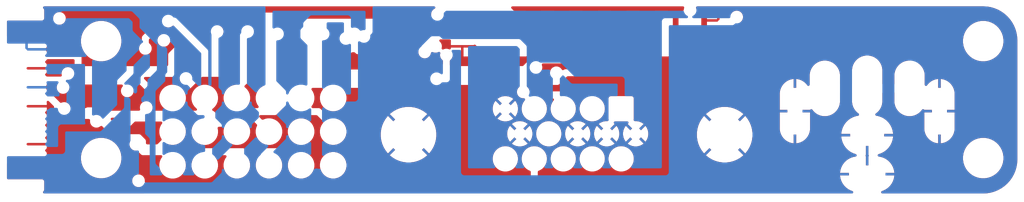
<source format=kicad_pcb>
(kicad_pcb (version 20241229) (generator "pcbnew") (generator_version "9.0")
  (title_block (title "HDMI to VGA Passive Adapter") (date "2025-04-01") (rev "2.02") (company "Mikhail Matveev") (comment 1 "https://github.com/xtremespb/frank"))
  (layers (0 "F.Cu" signal) (2 "B.Cu" signal) (13 "F.Paste" user) (15 "B.Paste" user) (5 "F.SilkS" user "F.Silkscreen") (7 "B.SilkS" user "B.Silkscreen") (1 "F.Mask" user) (3 "B.Mask" user) (25 "Edge.Cuts" user))
  (net 0 "")
  (net 1 "GND")
  (zone (net 1) (net_name "GND") (layers "F.Cu" "B.Cu") (connect_pads (clearance 0.2)) (min_thickness 0.2) (fill yes (thermal_gap 0.2) (thermal_bridge_width 0.2))
    (polygon (pts (xy 138 58) (xy 219 58) (xy 219 74) (xy 138 74)))
  )
)
</source>
